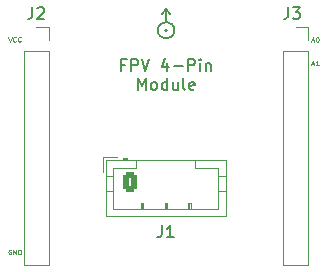
<source format=gto>
G04 #@! TF.GenerationSoftware,KiCad,Pcbnew,7.0.7*
G04 #@! TF.CreationDate,2023-10-04T17:02:25-06:00*
G04 #@! TF.ProjectId,FPV_4-Pin_Module,4650565f-342d-4506-996e-5f4d6f64756c,rev?*
G04 #@! TF.SameCoordinates,Original*
G04 #@! TF.FileFunction,Legend,Top*
G04 #@! TF.FilePolarity,Positive*
%FSLAX46Y46*%
G04 Gerber Fmt 4.6, Leading zero omitted, Abs format (unit mm)*
G04 Created by KiCad (PCBNEW 7.0.7) date 2023-10-04 17:02:25*
%MOMM*%
%LPD*%
G01*
G04 APERTURE LIST*
G04 Aperture macros list*
%AMRoundRect*
0 Rectangle with rounded corners*
0 $1 Rounding radius*
0 $2 $3 $4 $5 $6 $7 $8 $9 X,Y pos of 4 corners*
0 Add a 4 corners polygon primitive as box body*
4,1,4,$2,$3,$4,$5,$6,$7,$8,$9,$2,$3,0*
0 Add four circle primitives for the rounded corners*
1,1,$1+$1,$2,$3*
1,1,$1+$1,$4,$5*
1,1,$1+$1,$6,$7*
1,1,$1+$1,$8,$9*
0 Add four rect primitives between the rounded corners*
20,1,$1+$1,$2,$3,$4,$5,0*
20,1,$1+$1,$4,$5,$6,$7,0*
20,1,$1+$1,$6,$7,$8,$9,0*
20,1,$1+$1,$8,$9,$2,$3,0*%
G04 Aperture macros list end*
%ADD10C,0.100000*%
%ADD11C,0.150000*%
%ADD12C,0.120000*%
%ADD13R,1.350000X1.350000*%
%ADD14O,1.350000X1.350000*%
%ADD15RoundRect,0.250000X-0.350000X-0.625000X0.350000X-0.625000X0.350000X0.625000X-0.350000X0.625000X0*%
%ADD16O,1.200000X1.750000*%
G04 APERTURE END LIST*
D10*
X161654286Y-73345561D02*
X161844762Y-73345561D01*
X161616191Y-73459847D02*
X161749524Y-73059847D01*
X161749524Y-73059847D02*
X161882857Y-73459847D01*
X162225714Y-73459847D02*
X161997143Y-73459847D01*
X162111429Y-73459847D02*
X162111429Y-73059847D01*
X162111429Y-73059847D02*
X162073333Y-73116990D01*
X162073333Y-73116990D02*
X162035238Y-73155085D01*
X162035238Y-73155085D02*
X161997143Y-73174133D01*
X135966867Y-71040647D02*
X136100200Y-71440647D01*
X136100200Y-71440647D02*
X136233533Y-71040647D01*
X136595438Y-71402552D02*
X136576390Y-71421600D01*
X136576390Y-71421600D02*
X136519248Y-71440647D01*
X136519248Y-71440647D02*
X136481152Y-71440647D01*
X136481152Y-71440647D02*
X136424009Y-71421600D01*
X136424009Y-71421600D02*
X136385914Y-71383504D01*
X136385914Y-71383504D02*
X136366867Y-71345409D01*
X136366867Y-71345409D02*
X136347819Y-71269219D01*
X136347819Y-71269219D02*
X136347819Y-71212076D01*
X136347819Y-71212076D02*
X136366867Y-71135885D01*
X136366867Y-71135885D02*
X136385914Y-71097790D01*
X136385914Y-71097790D02*
X136424009Y-71059695D01*
X136424009Y-71059695D02*
X136481152Y-71040647D01*
X136481152Y-71040647D02*
X136519248Y-71040647D01*
X136519248Y-71040647D02*
X136576390Y-71059695D01*
X136576390Y-71059695D02*
X136595438Y-71078742D01*
X136995438Y-71402552D02*
X136976390Y-71421600D01*
X136976390Y-71421600D02*
X136919248Y-71440647D01*
X136919248Y-71440647D02*
X136881152Y-71440647D01*
X136881152Y-71440647D02*
X136824009Y-71421600D01*
X136824009Y-71421600D02*
X136785914Y-71383504D01*
X136785914Y-71383504D02*
X136766867Y-71345409D01*
X136766867Y-71345409D02*
X136747819Y-71269219D01*
X136747819Y-71269219D02*
X136747819Y-71212076D01*
X136747819Y-71212076D02*
X136766867Y-71135885D01*
X136766867Y-71135885D02*
X136785914Y-71097790D01*
X136785914Y-71097790D02*
X136824009Y-71059695D01*
X136824009Y-71059695D02*
X136881152Y-71040647D01*
X136881152Y-71040647D02*
X136919248Y-71040647D01*
X136919248Y-71040647D02*
X136976390Y-71059695D01*
X136976390Y-71059695D02*
X136995438Y-71078742D01*
D11*
X145860619Y-73394809D02*
X145527286Y-73394809D01*
X145527286Y-73918619D02*
X145527286Y-72918619D01*
X145527286Y-72918619D02*
X146003476Y-72918619D01*
X146384429Y-73918619D02*
X146384429Y-72918619D01*
X146384429Y-72918619D02*
X146765381Y-72918619D01*
X146765381Y-72918619D02*
X146860619Y-72966238D01*
X146860619Y-72966238D02*
X146908238Y-73013857D01*
X146908238Y-73013857D02*
X146955857Y-73109095D01*
X146955857Y-73109095D02*
X146955857Y-73251952D01*
X146955857Y-73251952D02*
X146908238Y-73347190D01*
X146908238Y-73347190D02*
X146860619Y-73394809D01*
X146860619Y-73394809D02*
X146765381Y-73442428D01*
X146765381Y-73442428D02*
X146384429Y-73442428D01*
X147241572Y-72918619D02*
X147574905Y-73918619D01*
X147574905Y-73918619D02*
X147908238Y-72918619D01*
X149432048Y-73251952D02*
X149432048Y-73918619D01*
X149193953Y-72871000D02*
X148955858Y-73585285D01*
X148955858Y-73585285D02*
X149574905Y-73585285D01*
X149955858Y-73537666D02*
X150717763Y-73537666D01*
X151193953Y-73918619D02*
X151193953Y-72918619D01*
X151193953Y-72918619D02*
X151574905Y-72918619D01*
X151574905Y-72918619D02*
X151670143Y-72966238D01*
X151670143Y-72966238D02*
X151717762Y-73013857D01*
X151717762Y-73013857D02*
X151765381Y-73109095D01*
X151765381Y-73109095D02*
X151765381Y-73251952D01*
X151765381Y-73251952D02*
X151717762Y-73347190D01*
X151717762Y-73347190D02*
X151670143Y-73394809D01*
X151670143Y-73394809D02*
X151574905Y-73442428D01*
X151574905Y-73442428D02*
X151193953Y-73442428D01*
X152193953Y-73918619D02*
X152193953Y-73251952D01*
X152193953Y-72918619D02*
X152146334Y-72966238D01*
X152146334Y-72966238D02*
X152193953Y-73013857D01*
X152193953Y-73013857D02*
X152241572Y-72966238D01*
X152241572Y-72966238D02*
X152193953Y-72918619D01*
X152193953Y-72918619D02*
X152193953Y-73013857D01*
X152670143Y-73251952D02*
X152670143Y-73918619D01*
X152670143Y-73347190D02*
X152717762Y-73299571D01*
X152717762Y-73299571D02*
X152813000Y-73251952D01*
X152813000Y-73251952D02*
X152955857Y-73251952D01*
X152955857Y-73251952D02*
X153051095Y-73299571D01*
X153051095Y-73299571D02*
X153098714Y-73394809D01*
X153098714Y-73394809D02*
X153098714Y-73918619D01*
X146932047Y-75528619D02*
X146932047Y-74528619D01*
X146932047Y-74528619D02*
X147265380Y-75242904D01*
X147265380Y-75242904D02*
X147598713Y-74528619D01*
X147598713Y-74528619D02*
X147598713Y-75528619D01*
X148217761Y-75528619D02*
X148122523Y-75481000D01*
X148122523Y-75481000D02*
X148074904Y-75433380D01*
X148074904Y-75433380D02*
X148027285Y-75338142D01*
X148027285Y-75338142D02*
X148027285Y-75052428D01*
X148027285Y-75052428D02*
X148074904Y-74957190D01*
X148074904Y-74957190D02*
X148122523Y-74909571D01*
X148122523Y-74909571D02*
X148217761Y-74861952D01*
X148217761Y-74861952D02*
X148360618Y-74861952D01*
X148360618Y-74861952D02*
X148455856Y-74909571D01*
X148455856Y-74909571D02*
X148503475Y-74957190D01*
X148503475Y-74957190D02*
X148551094Y-75052428D01*
X148551094Y-75052428D02*
X148551094Y-75338142D01*
X148551094Y-75338142D02*
X148503475Y-75433380D01*
X148503475Y-75433380D02*
X148455856Y-75481000D01*
X148455856Y-75481000D02*
X148360618Y-75528619D01*
X148360618Y-75528619D02*
X148217761Y-75528619D01*
X149408237Y-75528619D02*
X149408237Y-74528619D01*
X149408237Y-75481000D02*
X149312999Y-75528619D01*
X149312999Y-75528619D02*
X149122523Y-75528619D01*
X149122523Y-75528619D02*
X149027285Y-75481000D01*
X149027285Y-75481000D02*
X148979666Y-75433380D01*
X148979666Y-75433380D02*
X148932047Y-75338142D01*
X148932047Y-75338142D02*
X148932047Y-75052428D01*
X148932047Y-75052428D02*
X148979666Y-74957190D01*
X148979666Y-74957190D02*
X149027285Y-74909571D01*
X149027285Y-74909571D02*
X149122523Y-74861952D01*
X149122523Y-74861952D02*
X149312999Y-74861952D01*
X149312999Y-74861952D02*
X149408237Y-74909571D01*
X150312999Y-74861952D02*
X150312999Y-75528619D01*
X149884428Y-74861952D02*
X149884428Y-75385761D01*
X149884428Y-75385761D02*
X149932047Y-75481000D01*
X149932047Y-75481000D02*
X150027285Y-75528619D01*
X150027285Y-75528619D02*
X150170142Y-75528619D01*
X150170142Y-75528619D02*
X150265380Y-75481000D01*
X150265380Y-75481000D02*
X150312999Y-75433380D01*
X150932047Y-75528619D02*
X150836809Y-75481000D01*
X150836809Y-75481000D02*
X150789190Y-75385761D01*
X150789190Y-75385761D02*
X150789190Y-74528619D01*
X151693952Y-75481000D02*
X151598714Y-75528619D01*
X151598714Y-75528619D02*
X151408238Y-75528619D01*
X151408238Y-75528619D02*
X151313000Y-75481000D01*
X151313000Y-75481000D02*
X151265381Y-75385761D01*
X151265381Y-75385761D02*
X151265381Y-75004809D01*
X151265381Y-75004809D02*
X151313000Y-74909571D01*
X151313000Y-74909571D02*
X151408238Y-74861952D01*
X151408238Y-74861952D02*
X151598714Y-74861952D01*
X151598714Y-74861952D02*
X151693952Y-74909571D01*
X151693952Y-74909571D02*
X151741571Y-75004809D01*
X151741571Y-75004809D02*
X151741571Y-75100047D01*
X151741571Y-75100047D02*
X151265381Y-75195285D01*
D10*
X161654486Y-71346361D02*
X161844962Y-71346361D01*
X161616391Y-71460647D02*
X161749724Y-71060647D01*
X161749724Y-71060647D02*
X161883057Y-71460647D01*
X162092581Y-71060647D02*
X162130676Y-71060647D01*
X162130676Y-71060647D02*
X162168772Y-71079695D01*
X162168772Y-71079695D02*
X162187819Y-71098742D01*
X162187819Y-71098742D02*
X162206867Y-71136838D01*
X162206867Y-71136838D02*
X162225914Y-71213028D01*
X162225914Y-71213028D02*
X162225914Y-71308266D01*
X162225914Y-71308266D02*
X162206867Y-71384457D01*
X162206867Y-71384457D02*
X162187819Y-71422552D01*
X162187819Y-71422552D02*
X162168772Y-71441600D01*
X162168772Y-71441600D02*
X162130676Y-71460647D01*
X162130676Y-71460647D02*
X162092581Y-71460647D01*
X162092581Y-71460647D02*
X162054486Y-71441600D01*
X162054486Y-71441600D02*
X162035438Y-71422552D01*
X162035438Y-71422552D02*
X162016391Y-71384457D01*
X162016391Y-71384457D02*
X161997343Y-71308266D01*
X161997343Y-71308266D02*
X161997343Y-71213028D01*
X161997343Y-71213028D02*
X162016391Y-71136838D01*
X162016391Y-71136838D02*
X162035438Y-71098742D01*
X162035438Y-71098742D02*
X162054486Y-71079695D01*
X162054486Y-71079695D02*
X162092581Y-71060647D01*
X136195437Y-89079695D02*
X136157342Y-89060647D01*
X136157342Y-89060647D02*
X136100199Y-89060647D01*
X136100199Y-89060647D02*
X136043056Y-89079695D01*
X136043056Y-89079695D02*
X136004961Y-89117790D01*
X136004961Y-89117790D02*
X135985914Y-89155885D01*
X135985914Y-89155885D02*
X135966866Y-89232076D01*
X135966866Y-89232076D02*
X135966866Y-89289219D01*
X135966866Y-89289219D02*
X135985914Y-89365409D01*
X135985914Y-89365409D02*
X136004961Y-89403504D01*
X136004961Y-89403504D02*
X136043056Y-89441600D01*
X136043056Y-89441600D02*
X136100199Y-89460647D01*
X136100199Y-89460647D02*
X136138295Y-89460647D01*
X136138295Y-89460647D02*
X136195437Y-89441600D01*
X136195437Y-89441600D02*
X136214485Y-89422552D01*
X136214485Y-89422552D02*
X136214485Y-89289219D01*
X136214485Y-89289219D02*
X136138295Y-89289219D01*
X136385914Y-89460647D02*
X136385914Y-89060647D01*
X136385914Y-89060647D02*
X136614485Y-89460647D01*
X136614485Y-89460647D02*
X136614485Y-89060647D01*
X136804962Y-89460647D02*
X136804962Y-89060647D01*
X136804962Y-89060647D02*
X136900200Y-89060647D01*
X136900200Y-89060647D02*
X136957343Y-89079695D01*
X136957343Y-89079695D02*
X136995438Y-89117790D01*
X136995438Y-89117790D02*
X137014485Y-89155885D01*
X137014485Y-89155885D02*
X137033533Y-89232076D01*
X137033533Y-89232076D02*
X137033533Y-89289219D01*
X137033533Y-89289219D02*
X137014485Y-89365409D01*
X137014485Y-89365409D02*
X136995438Y-89403504D01*
X136995438Y-89403504D02*
X136957343Y-89441600D01*
X136957343Y-89441600D02*
X136900200Y-89460647D01*
X136900200Y-89460647D02*
X136804962Y-89460647D01*
D11*
X137996666Y-68524819D02*
X137996666Y-69239104D01*
X137996666Y-69239104D02*
X137949047Y-69381961D01*
X137949047Y-69381961D02*
X137853809Y-69477200D01*
X137853809Y-69477200D02*
X137710952Y-69524819D01*
X137710952Y-69524819D02*
X137615714Y-69524819D01*
X138425238Y-68620057D02*
X138472857Y-68572438D01*
X138472857Y-68572438D02*
X138568095Y-68524819D01*
X138568095Y-68524819D02*
X138806190Y-68524819D01*
X138806190Y-68524819D02*
X138901428Y-68572438D01*
X138901428Y-68572438D02*
X138949047Y-68620057D01*
X138949047Y-68620057D02*
X138996666Y-68715295D01*
X138996666Y-68715295D02*
X138996666Y-68810533D01*
X138996666Y-68810533D02*
X138949047Y-68953390D01*
X138949047Y-68953390D02*
X138377619Y-69524819D01*
X138377619Y-69524819D02*
X138996666Y-69524819D01*
X159656666Y-68524819D02*
X159656666Y-69239104D01*
X159656666Y-69239104D02*
X159609047Y-69381961D01*
X159609047Y-69381961D02*
X159513809Y-69477200D01*
X159513809Y-69477200D02*
X159370952Y-69524819D01*
X159370952Y-69524819D02*
X159275714Y-69524819D01*
X160037619Y-68524819D02*
X160656666Y-68524819D01*
X160656666Y-68524819D02*
X160323333Y-68905771D01*
X160323333Y-68905771D02*
X160466190Y-68905771D01*
X160466190Y-68905771D02*
X160561428Y-68953390D01*
X160561428Y-68953390D02*
X160609047Y-69001009D01*
X160609047Y-69001009D02*
X160656666Y-69096247D01*
X160656666Y-69096247D02*
X160656666Y-69334342D01*
X160656666Y-69334342D02*
X160609047Y-69429580D01*
X160609047Y-69429580D02*
X160561428Y-69477200D01*
X160561428Y-69477200D02*
X160466190Y-69524819D01*
X160466190Y-69524819D02*
X160180476Y-69524819D01*
X160180476Y-69524819D02*
X160085238Y-69477200D01*
X160085238Y-69477200D02*
X160037619Y-69429580D01*
X148956666Y-87004819D02*
X148956666Y-87719104D01*
X148956666Y-87719104D02*
X148909047Y-87861961D01*
X148909047Y-87861961D02*
X148813809Y-87957200D01*
X148813809Y-87957200D02*
X148670952Y-88004819D01*
X148670952Y-88004819D02*
X148575714Y-88004819D01*
X149956666Y-88004819D02*
X149385238Y-88004819D01*
X149670952Y-88004819D02*
X149670952Y-87004819D01*
X149670952Y-87004819D02*
X149575714Y-87147676D01*
X149575714Y-87147676D02*
X149480476Y-87242914D01*
X149480476Y-87242914D02*
X149385238Y-87290533D01*
D12*
X137270000Y-72280000D02*
X137270000Y-90340000D01*
X137270000Y-72280000D02*
X139390000Y-72280000D01*
X137270000Y-90340000D02*
X139390000Y-90340000D01*
X138330000Y-70220000D02*
X139390000Y-70220000D01*
X139390000Y-70220000D02*
X139390000Y-71280000D01*
X139390000Y-72280000D02*
X139390000Y-90340000D01*
D11*
X149320000Y-69780000D02*
X149320000Y-68680000D01*
X149320000Y-68680000D02*
X148970000Y-69080000D01*
X149320000Y-68680000D02*
X149670000Y-69080000D01*
X149399057Y-70480000D02*
G75*
G03*
X149399057Y-70480000I-79057J0D01*
G01*
X150020446Y-70480000D02*
G75*
G03*
X150020446Y-70480000I-700446J0D01*
G01*
D12*
X159240000Y-72270000D02*
X159240000Y-90330000D01*
X159240000Y-72270000D02*
X161360000Y-72270000D01*
X159240000Y-90330000D02*
X161360000Y-90330000D01*
X160300000Y-70210000D02*
X161360000Y-70210000D01*
X161360000Y-70210000D02*
X161360000Y-71270000D01*
X161360000Y-72270000D02*
X161360000Y-90330000D01*
X143940000Y-81200000D02*
X143940000Y-82450000D01*
X144240000Y-81500000D02*
X144240000Y-86220000D01*
X144240000Y-82810000D02*
X144850000Y-82810000D01*
X144240000Y-84110000D02*
X144850000Y-84110000D01*
X144240000Y-86220000D02*
X154360000Y-86220000D01*
X144850000Y-82110000D02*
X144850000Y-85610000D01*
X144850000Y-85610000D02*
X153750000Y-85610000D01*
X145190000Y-81200000D02*
X143940000Y-81200000D01*
X145700000Y-81300000D02*
X145700000Y-81500000D01*
X146000000Y-81300000D02*
X145700000Y-81300000D01*
X146000000Y-81400000D02*
X145700000Y-81400000D01*
X146000000Y-81500000D02*
X146000000Y-81300000D01*
X146800000Y-81500000D02*
X146800000Y-82110000D01*
X146800000Y-82110000D02*
X144850000Y-82110000D01*
X147200000Y-85110000D02*
X147400000Y-85110000D01*
X147200000Y-85610000D02*
X147200000Y-85110000D01*
X147300000Y-85610000D02*
X147300000Y-85110000D01*
X147400000Y-85110000D02*
X147400000Y-85610000D01*
X149200000Y-85110000D02*
X149400000Y-85110000D01*
X149200000Y-85610000D02*
X149200000Y-85110000D01*
X149300000Y-85610000D02*
X149300000Y-85110000D01*
X149400000Y-85110000D02*
X149400000Y-85610000D01*
X151200000Y-85110000D02*
X151400000Y-85110000D01*
X151200000Y-85610000D02*
X151200000Y-85110000D01*
X151300000Y-85610000D02*
X151300000Y-85110000D01*
X151400000Y-85110000D02*
X151400000Y-85610000D01*
X151800000Y-82110000D02*
X151800000Y-81500000D01*
X153750000Y-82110000D02*
X151800000Y-82110000D01*
X153750000Y-85610000D02*
X153750000Y-82110000D01*
X154360000Y-81500000D02*
X144240000Y-81500000D01*
X154360000Y-82810000D02*
X153750000Y-82810000D01*
X154360000Y-84110000D02*
X153750000Y-84110000D01*
X154360000Y-86220000D02*
X154360000Y-81500000D01*
%LPC*%
D13*
X138330000Y-71280000D03*
D14*
X138330000Y-73280000D03*
X138330000Y-75280000D03*
X138330000Y-77280000D03*
X138330000Y-79280000D03*
X138330000Y-81280000D03*
X138330000Y-83280000D03*
X138330000Y-85280000D03*
X138330000Y-87280000D03*
X138330000Y-89280000D03*
D13*
X160300000Y-71270000D03*
D14*
X160300000Y-73270000D03*
X160300000Y-75270000D03*
X160300000Y-77270000D03*
X160300000Y-79270000D03*
X160300000Y-81270000D03*
X160300000Y-83270000D03*
X160300000Y-85270000D03*
X160300000Y-87270000D03*
X160300000Y-89270000D03*
D15*
X146300000Y-83310000D03*
D16*
X148300000Y-83310000D03*
X150300000Y-83310000D03*
X152300000Y-83310000D03*
%LPD*%
M02*

</source>
